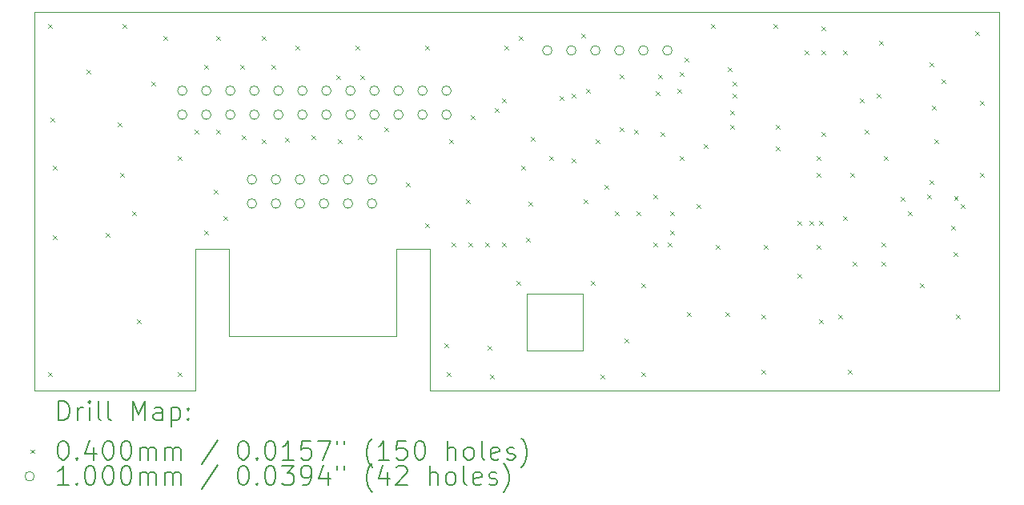
<source format=gbr>
%FSLAX45Y45*%
G04 Gerber Fmt 4.5, Leading zero omitted, Abs format (unit mm)*
G04 Created by KiCad (PCBNEW (5.99.0-9829-g074f0432f0)) date 2021-07-27 15:24:41*
%MOMM*%
%LPD*%
G01*
G04 APERTURE LIST*
%TA.AperFunction,Profile*%
%ADD10C,0.100000*%
%TD*%
%ADD11C,0.200000*%
%ADD12C,0.040000*%
%ADD13C,0.100000*%
G04 APERTURE END LIST*
D10*
X12200000Y-12575000D02*
X12800000Y-12575000D01*
X12800000Y-12575000D02*
X12800000Y-11975000D01*
X12800000Y-11975000D02*
X12200000Y-11975000D01*
X12200000Y-11975000D02*
X12200000Y-12575000D01*
X17200000Y-13000000D02*
X11175000Y-13000000D01*
X11175000Y-13000000D02*
X11175000Y-11500000D01*
X11175000Y-11500000D02*
X10825000Y-11500000D01*
X10825000Y-11500000D02*
X10825000Y-12425000D01*
X10825000Y-12425000D02*
X9050000Y-12425000D01*
X9050000Y-12425000D02*
X9050000Y-11500000D01*
X9050000Y-11500000D02*
X8700000Y-11500000D01*
X8700000Y-11500000D02*
X8700000Y-13000000D01*
X8700000Y-13000000D02*
X7000000Y-13000000D01*
X7000000Y-13000000D02*
X7000000Y-9000000D01*
X7000000Y-9000000D02*
X17200000Y-9000000D01*
X17200000Y-9000000D02*
X17200000Y-13000000D01*
D11*
D12*
X7142800Y-9124000D02*
X7182800Y-9164000D01*
X7182800Y-9124000D02*
X7142800Y-9164000D01*
X7142800Y-12807000D02*
X7182800Y-12847000D01*
X7182800Y-12807000D02*
X7142800Y-12847000D01*
X7168200Y-10114600D02*
X7208200Y-10154600D01*
X7208200Y-10114600D02*
X7168200Y-10154600D01*
X7193600Y-10622600D02*
X7233600Y-10662600D01*
X7233600Y-10622600D02*
X7193600Y-10662600D01*
X7193600Y-11359200D02*
X7233600Y-11399200D01*
X7233600Y-11359200D02*
X7193600Y-11399200D01*
X7549200Y-9606600D02*
X7589200Y-9646600D01*
X7589200Y-9606600D02*
X7549200Y-9646600D01*
X7752400Y-11333800D02*
X7792400Y-11373800D01*
X7792400Y-11333800D02*
X7752400Y-11373800D01*
X7879400Y-10165400D02*
X7919400Y-10205400D01*
X7919400Y-10165400D02*
X7879400Y-10205400D01*
X7904800Y-10698800D02*
X7944800Y-10738800D01*
X7944800Y-10698800D02*
X7904800Y-10738800D01*
X7930200Y-9124000D02*
X7970200Y-9164000D01*
X7970200Y-9124000D02*
X7930200Y-9164000D01*
X8031800Y-11105200D02*
X8071800Y-11145200D01*
X8071800Y-11105200D02*
X8031800Y-11145200D01*
X8082600Y-12248200D02*
X8122600Y-12288200D01*
X8122600Y-12248200D02*
X8082600Y-12288200D01*
X8235000Y-9733600D02*
X8275000Y-9773600D01*
X8275000Y-9733600D02*
X8235000Y-9773600D01*
X8362000Y-9251000D02*
X8402000Y-9291000D01*
X8402000Y-9251000D02*
X8362000Y-9291000D01*
X8514400Y-10521000D02*
X8554400Y-10561000D01*
X8554400Y-10521000D02*
X8514400Y-10561000D01*
X8514400Y-12807000D02*
X8554400Y-12847000D01*
X8554400Y-12807000D02*
X8514400Y-12847000D01*
X8692200Y-10241600D02*
X8732200Y-10281600D01*
X8732200Y-10241600D02*
X8692200Y-10281600D01*
X8793800Y-9555800D02*
X8833800Y-9595800D01*
X8833800Y-9555800D02*
X8793800Y-9595800D01*
X8793800Y-11308400D02*
X8833800Y-11348400D01*
X8833800Y-11308400D02*
X8793800Y-11348400D01*
X8895400Y-10876600D02*
X8935400Y-10916600D01*
X8935400Y-10876600D02*
X8895400Y-10916600D01*
X8920800Y-9251000D02*
X8960800Y-9291000D01*
X8960800Y-9251000D02*
X8920800Y-9291000D01*
X8920800Y-10241600D02*
X8960800Y-10281600D01*
X8960800Y-10241600D02*
X8920800Y-10281600D01*
X8997000Y-11156000D02*
X9037000Y-11196000D01*
X9037000Y-11156000D02*
X8997000Y-11196000D01*
X9174800Y-9555800D02*
X9214800Y-9595800D01*
X9214800Y-9555800D02*
X9174800Y-9595800D01*
X9187500Y-10305100D02*
X9227500Y-10345100D01*
X9227500Y-10305100D02*
X9187500Y-10345100D01*
X9403400Y-9251000D02*
X9443400Y-9291000D01*
X9443400Y-9251000D02*
X9403400Y-9291000D01*
X9403400Y-10343200D02*
X9443400Y-10383200D01*
X9443400Y-10343200D02*
X9403400Y-10383200D01*
X9505000Y-9555800D02*
X9545000Y-9595800D01*
X9545000Y-9555800D02*
X9505000Y-9595800D01*
X9644700Y-10330500D02*
X9684700Y-10370500D01*
X9684700Y-10330500D02*
X9644700Y-10370500D01*
X9759000Y-9352600D02*
X9799000Y-9392600D01*
X9799000Y-9352600D02*
X9759000Y-9392600D01*
X9924100Y-10305100D02*
X9964100Y-10345100D01*
X9964100Y-10305100D02*
X9924100Y-10345100D01*
X10190800Y-9670100D02*
X10230800Y-9710100D01*
X10230800Y-9670100D02*
X10190800Y-9710100D01*
X10203500Y-10343200D02*
X10243500Y-10383200D01*
X10243500Y-10343200D02*
X10203500Y-10383200D01*
X10394000Y-9352600D02*
X10434000Y-9392600D01*
X10434000Y-9352600D02*
X10394000Y-9392600D01*
X10419400Y-10305100D02*
X10459400Y-10345100D01*
X10459400Y-10305100D02*
X10419400Y-10345100D01*
X10444800Y-9670100D02*
X10484800Y-9710100D01*
X10484800Y-9670100D02*
X10444800Y-9710100D01*
X10698800Y-10216200D02*
X10738800Y-10256200D01*
X10738800Y-10216200D02*
X10698800Y-10256200D01*
X10927400Y-10800400D02*
X10967400Y-10840400D01*
X10967400Y-10800400D02*
X10927400Y-10840400D01*
X11130600Y-9352600D02*
X11170600Y-9392600D01*
X11170600Y-9352600D02*
X11130600Y-9392600D01*
X11130600Y-11232200D02*
X11170600Y-11272200D01*
X11170600Y-11232200D02*
X11130600Y-11272200D01*
X11333800Y-12502200D02*
X11373800Y-12542200D01*
X11373800Y-12502200D02*
X11333800Y-12542200D01*
X11359200Y-12807000D02*
X11399200Y-12847000D01*
X11399200Y-12807000D02*
X11359200Y-12847000D01*
X11384600Y-10343200D02*
X11424600Y-10383200D01*
X11424600Y-10343200D02*
X11384600Y-10383200D01*
X11410000Y-11435400D02*
X11450000Y-11475400D01*
X11450000Y-11435400D02*
X11410000Y-11475400D01*
X11562400Y-10978200D02*
X11602400Y-11018200D01*
X11602400Y-10978200D02*
X11562400Y-11018200D01*
X11587800Y-11435400D02*
X11627800Y-11475400D01*
X11627800Y-11435400D02*
X11587800Y-11475400D01*
X11613200Y-10089200D02*
X11653200Y-10129200D01*
X11653200Y-10089200D02*
X11613200Y-10129200D01*
X11765600Y-11435400D02*
X11805600Y-11475400D01*
X11805600Y-11435400D02*
X11765600Y-11475400D01*
X11791000Y-12527600D02*
X11831000Y-12567600D01*
X11831000Y-12527600D02*
X11791000Y-12567600D01*
X11816400Y-12832400D02*
X11856400Y-12872400D01*
X11856400Y-12832400D02*
X11816400Y-12872400D01*
X11867200Y-10013000D02*
X11907200Y-10053000D01*
X11907200Y-10013000D02*
X11867200Y-10053000D01*
X11943400Y-9911400D02*
X11983400Y-9951400D01*
X11983400Y-9911400D02*
X11943400Y-9951400D01*
X11943400Y-11435400D02*
X11983400Y-11475400D01*
X11983400Y-11435400D02*
X11943400Y-11475400D01*
X11968800Y-9352600D02*
X12008800Y-9392600D01*
X12008800Y-9352600D02*
X11968800Y-9392600D01*
X12095800Y-11841800D02*
X12135800Y-11881800D01*
X12135800Y-11841800D02*
X12095800Y-11881800D01*
X12121200Y-9251000D02*
X12161200Y-9291000D01*
X12161200Y-9251000D02*
X12121200Y-9291000D01*
X12146600Y-10622600D02*
X12186600Y-10662600D01*
X12186600Y-10622600D02*
X12146600Y-10662600D01*
X12197400Y-11384600D02*
X12237400Y-11424600D01*
X12237400Y-11384600D02*
X12197400Y-11424600D01*
X12222800Y-11003600D02*
X12262800Y-11043600D01*
X12262800Y-11003600D02*
X12222800Y-11043600D01*
X12248200Y-10317800D02*
X12288200Y-10357800D01*
X12288200Y-10317800D02*
X12248200Y-10357800D01*
X12438700Y-10521000D02*
X12478700Y-10561000D01*
X12478700Y-10521000D02*
X12438700Y-10561000D01*
X12553000Y-9886000D02*
X12593000Y-9926000D01*
X12593000Y-9886000D02*
X12553000Y-9926000D01*
X12680000Y-9860600D02*
X12720000Y-9900600D01*
X12720000Y-9860600D02*
X12680000Y-9900600D01*
X12680000Y-10546400D02*
X12720000Y-10586400D01*
X12720000Y-10546400D02*
X12680000Y-10586400D01*
X12781600Y-9225600D02*
X12821600Y-9265600D01*
X12821600Y-9225600D02*
X12781600Y-9265600D01*
X12807000Y-10978200D02*
X12847000Y-11018200D01*
X12847000Y-10978200D02*
X12807000Y-11018200D01*
X12832400Y-9809800D02*
X12872400Y-9849800D01*
X12872400Y-9809800D02*
X12832400Y-9849800D01*
X12883200Y-11841800D02*
X12923200Y-11881800D01*
X12923200Y-11841800D02*
X12883200Y-11881800D01*
X12934000Y-10343200D02*
X12974000Y-10383200D01*
X12974000Y-10343200D02*
X12934000Y-10383200D01*
X12984800Y-12832400D02*
X13024800Y-12872400D01*
X13024800Y-12832400D02*
X12984800Y-12872400D01*
X13022900Y-10825800D02*
X13062900Y-10865800D01*
X13062900Y-10825800D02*
X13022900Y-10865800D01*
X13137200Y-11105200D02*
X13177200Y-11145200D01*
X13177200Y-11105200D02*
X13137200Y-11145200D01*
X13188000Y-9657400D02*
X13228000Y-9697400D01*
X13228000Y-9657400D02*
X13188000Y-9697400D01*
X13188000Y-10216200D02*
X13228000Y-10256200D01*
X13228000Y-10216200D02*
X13188000Y-10256200D01*
X13238800Y-12451400D02*
X13278800Y-12491400D01*
X13278800Y-12451400D02*
X13238800Y-12491400D01*
X13340400Y-10241600D02*
X13380400Y-10281600D01*
X13380400Y-10241600D02*
X13340400Y-10281600D01*
X13365800Y-11105200D02*
X13405800Y-11145200D01*
X13405800Y-11105200D02*
X13365800Y-11145200D01*
X13416600Y-11867200D02*
X13456600Y-11907200D01*
X13456600Y-11867200D02*
X13416600Y-11907200D01*
X13416600Y-12807000D02*
X13456600Y-12847000D01*
X13456600Y-12807000D02*
X13416600Y-12847000D01*
X13543600Y-10927400D02*
X13583600Y-10967400D01*
X13583600Y-10927400D02*
X13543600Y-10967400D01*
X13543600Y-11435400D02*
X13583600Y-11475400D01*
X13583600Y-11435400D02*
X13543600Y-11475400D01*
X13569000Y-9835200D02*
X13609000Y-9875200D01*
X13609000Y-9835200D02*
X13569000Y-9875200D01*
X13594400Y-9657400D02*
X13634400Y-9697400D01*
X13634400Y-9657400D02*
X13594400Y-9697400D01*
X13619800Y-10267000D02*
X13659800Y-10307000D01*
X13659800Y-10267000D02*
X13619800Y-10307000D01*
X13696000Y-11435400D02*
X13736000Y-11475400D01*
X13736000Y-11435400D02*
X13696000Y-11475400D01*
X13721400Y-11105200D02*
X13761400Y-11145200D01*
X13761400Y-11105200D02*
X13721400Y-11145200D01*
X13721400Y-11308400D02*
X13761400Y-11348400D01*
X13761400Y-11308400D02*
X13721400Y-11348400D01*
X13797600Y-9809800D02*
X13837600Y-9849800D01*
X13837600Y-9809800D02*
X13797600Y-9849800D01*
X13823000Y-9632000D02*
X13863000Y-9672000D01*
X13863000Y-9632000D02*
X13823000Y-9672000D01*
X13823000Y-10521000D02*
X13863000Y-10561000D01*
X13863000Y-10521000D02*
X13823000Y-10561000D01*
X13873800Y-9479600D02*
X13913800Y-9519600D01*
X13913800Y-9479600D02*
X13873800Y-9519600D01*
X13899200Y-12172000D02*
X13939200Y-12212000D01*
X13939200Y-12172000D02*
X13899200Y-12212000D01*
X14000800Y-11029000D02*
X14040800Y-11069000D01*
X14040800Y-11029000D02*
X14000800Y-11069000D01*
X14077000Y-10394000D02*
X14117000Y-10434000D01*
X14117000Y-10394000D02*
X14077000Y-10434000D01*
X14153200Y-9124000D02*
X14193200Y-9164000D01*
X14193200Y-9124000D02*
X14153200Y-9164000D01*
X14204000Y-11460800D02*
X14244000Y-11500800D01*
X14244000Y-11460800D02*
X14204000Y-11500800D01*
X14305600Y-12172000D02*
X14345600Y-12212000D01*
X14345600Y-12172000D02*
X14305600Y-12212000D01*
X14331000Y-9581200D02*
X14371000Y-9621200D01*
X14371000Y-9581200D02*
X14331000Y-9621200D01*
X14356400Y-10038400D02*
X14396400Y-10078400D01*
X14396400Y-10038400D02*
X14356400Y-10078400D01*
X14356400Y-10190800D02*
X14396400Y-10230800D01*
X14396400Y-10190800D02*
X14356400Y-10230800D01*
X14381800Y-9733600D02*
X14421800Y-9773600D01*
X14421800Y-9733600D02*
X14381800Y-9773600D01*
X14381800Y-9860600D02*
X14421800Y-9900600D01*
X14421800Y-9860600D02*
X14381800Y-9900600D01*
X14686600Y-12197400D02*
X14726600Y-12237400D01*
X14726600Y-12197400D02*
X14686600Y-12237400D01*
X14686600Y-12781600D02*
X14726600Y-12821600D01*
X14726600Y-12781600D02*
X14686600Y-12821600D01*
X14712000Y-11460800D02*
X14752000Y-11500800D01*
X14752000Y-11460800D02*
X14712000Y-11500800D01*
X14813600Y-9124000D02*
X14853600Y-9164000D01*
X14853600Y-9124000D02*
X14813600Y-9164000D01*
X14839000Y-10190800D02*
X14879000Y-10230800D01*
X14879000Y-10190800D02*
X14839000Y-10230800D01*
X14839000Y-10419400D02*
X14879000Y-10459400D01*
X14879000Y-10419400D02*
X14839000Y-10459400D01*
X15067600Y-11206800D02*
X15107600Y-11246800D01*
X15107600Y-11206800D02*
X15067600Y-11246800D01*
X15067600Y-11765600D02*
X15107600Y-11805600D01*
X15107600Y-11765600D02*
X15067600Y-11805600D01*
X15143800Y-9403400D02*
X15183800Y-9443400D01*
X15183800Y-9403400D02*
X15143800Y-9443400D01*
X15194600Y-11206800D02*
X15234600Y-11246800D01*
X15234600Y-11206800D02*
X15194600Y-11246800D01*
X15270800Y-10521000D02*
X15310800Y-10561000D01*
X15310800Y-10521000D02*
X15270800Y-10561000D01*
X15270800Y-10698800D02*
X15310800Y-10738800D01*
X15310800Y-10698800D02*
X15270800Y-10738800D01*
X15270800Y-11460800D02*
X15310800Y-11500800D01*
X15310800Y-11460800D02*
X15270800Y-11500800D01*
X15296200Y-11206800D02*
X15336200Y-11246800D01*
X15336200Y-11206800D02*
X15296200Y-11246800D01*
X15296200Y-12248200D02*
X15336200Y-12288200D01*
X15336200Y-12248200D02*
X15296200Y-12288200D01*
X15321600Y-9149400D02*
X15361600Y-9189400D01*
X15361600Y-9149400D02*
X15321600Y-9189400D01*
X15321600Y-9403400D02*
X15361600Y-9443400D01*
X15361600Y-9403400D02*
X15321600Y-9443400D01*
X15321600Y-10267000D02*
X15361600Y-10307000D01*
X15361600Y-10267000D02*
X15321600Y-10307000D01*
X15499400Y-12197400D02*
X15539400Y-12237400D01*
X15539400Y-12197400D02*
X15499400Y-12237400D01*
X15550200Y-9403400D02*
X15590200Y-9443400D01*
X15590200Y-9403400D02*
X15550200Y-9443400D01*
X15550200Y-11156000D02*
X15590200Y-11196000D01*
X15590200Y-11156000D02*
X15550200Y-11196000D01*
X15601000Y-12781600D02*
X15641000Y-12821600D01*
X15641000Y-12781600D02*
X15601000Y-12821600D01*
X15626400Y-10698800D02*
X15666400Y-10738800D01*
X15666400Y-10698800D02*
X15626400Y-10738800D01*
X15651800Y-11638600D02*
X15691800Y-11678600D01*
X15691800Y-11638600D02*
X15651800Y-11678600D01*
X15728000Y-9911400D02*
X15768000Y-9951400D01*
X15768000Y-9911400D02*
X15728000Y-9951400D01*
X15778800Y-10241600D02*
X15818800Y-10281600D01*
X15818800Y-10241600D02*
X15778800Y-10281600D01*
X15905800Y-9860600D02*
X15945800Y-9900600D01*
X15945800Y-9860600D02*
X15905800Y-9900600D01*
X15931200Y-9301800D02*
X15971200Y-9341800D01*
X15971200Y-9301800D02*
X15931200Y-9341800D01*
X15956600Y-11435400D02*
X15996600Y-11475400D01*
X15996600Y-11435400D02*
X15956600Y-11475400D01*
X15956600Y-11638600D02*
X15996600Y-11678600D01*
X15996600Y-11638600D02*
X15956600Y-11678600D01*
X15982000Y-10521000D02*
X16022000Y-10561000D01*
X16022000Y-10521000D02*
X15982000Y-10561000D01*
X16159800Y-10952800D02*
X16199800Y-10992800D01*
X16199800Y-10952800D02*
X16159800Y-10992800D01*
X16236000Y-11105200D02*
X16276000Y-11145200D01*
X16276000Y-11105200D02*
X16236000Y-11145200D01*
X16363000Y-11867200D02*
X16403000Y-11907200D01*
X16403000Y-11867200D02*
X16363000Y-11907200D01*
X16439200Y-10927400D02*
X16479200Y-10967400D01*
X16479200Y-10927400D02*
X16439200Y-10967400D01*
X16464600Y-9530400D02*
X16504600Y-9570400D01*
X16504600Y-9530400D02*
X16464600Y-9570400D01*
X16464600Y-10775000D02*
X16504600Y-10815000D01*
X16504600Y-10775000D02*
X16464600Y-10815000D01*
X16490000Y-9987600D02*
X16530000Y-10027600D01*
X16530000Y-9987600D02*
X16490000Y-10027600D01*
X16515400Y-10343200D02*
X16555400Y-10383200D01*
X16555400Y-10343200D02*
X16515400Y-10383200D01*
X16591600Y-9708200D02*
X16631600Y-9748200D01*
X16631600Y-9708200D02*
X16591600Y-9748200D01*
X16693200Y-11257600D02*
X16733200Y-11297600D01*
X16733200Y-11257600D02*
X16693200Y-11297600D01*
X16718600Y-11537000D02*
X16758600Y-11577000D01*
X16758600Y-11537000D02*
X16718600Y-11577000D01*
X16722300Y-10945795D02*
X16762300Y-10985795D01*
X16762300Y-10945795D02*
X16722300Y-10985795D01*
X16744000Y-12197400D02*
X16784000Y-12237400D01*
X16784000Y-12197400D02*
X16744000Y-12237400D01*
X16794800Y-11029000D02*
X16834800Y-11069000D01*
X16834800Y-11029000D02*
X16794800Y-11069000D01*
X16947200Y-9200200D02*
X16987200Y-9240200D01*
X16987200Y-9200200D02*
X16947200Y-9240200D01*
X16998000Y-9936800D02*
X17038000Y-9976800D01*
X17038000Y-9936800D02*
X16998000Y-9976800D01*
X16998000Y-10698800D02*
X17038000Y-10738800D01*
X17038000Y-10698800D02*
X16998000Y-10738800D01*
D13*
X8609800Y-9829800D02*
G75*
G03*
X8609800Y-9829800I-50000J0D01*
G01*
X8609800Y-10083800D02*
G75*
G03*
X8609800Y-10083800I-50000J0D01*
G01*
X8863800Y-9829800D02*
G75*
G03*
X8863800Y-9829800I-50000J0D01*
G01*
X8863800Y-10083800D02*
G75*
G03*
X8863800Y-10083800I-50000J0D01*
G01*
X9117800Y-9829800D02*
G75*
G03*
X9117800Y-9829800I-50000J0D01*
G01*
X9117800Y-10083800D02*
G75*
G03*
X9117800Y-10083800I-50000J0D01*
G01*
X9346400Y-10770100D02*
G75*
G03*
X9346400Y-10770100I-50000J0D01*
G01*
X9346400Y-11024100D02*
G75*
G03*
X9346400Y-11024100I-50000J0D01*
G01*
X9371800Y-9829800D02*
G75*
G03*
X9371800Y-9829800I-50000J0D01*
G01*
X9371800Y-10083800D02*
G75*
G03*
X9371800Y-10083800I-50000J0D01*
G01*
X9600400Y-10770100D02*
G75*
G03*
X9600400Y-10770100I-50000J0D01*
G01*
X9600400Y-11024100D02*
G75*
G03*
X9600400Y-11024100I-50000J0D01*
G01*
X9625800Y-9829800D02*
G75*
G03*
X9625800Y-9829800I-50000J0D01*
G01*
X9625800Y-10083800D02*
G75*
G03*
X9625800Y-10083800I-50000J0D01*
G01*
X9854400Y-10770100D02*
G75*
G03*
X9854400Y-10770100I-50000J0D01*
G01*
X9854400Y-11024100D02*
G75*
G03*
X9854400Y-11024100I-50000J0D01*
G01*
X9879800Y-9829800D02*
G75*
G03*
X9879800Y-9829800I-50000J0D01*
G01*
X9879800Y-10083800D02*
G75*
G03*
X9879800Y-10083800I-50000J0D01*
G01*
X10108400Y-10770100D02*
G75*
G03*
X10108400Y-10770100I-50000J0D01*
G01*
X10108400Y-11024100D02*
G75*
G03*
X10108400Y-11024100I-50000J0D01*
G01*
X10133800Y-9829800D02*
G75*
G03*
X10133800Y-9829800I-50000J0D01*
G01*
X10133800Y-10083800D02*
G75*
G03*
X10133800Y-10083800I-50000J0D01*
G01*
X10362400Y-10770100D02*
G75*
G03*
X10362400Y-10770100I-50000J0D01*
G01*
X10362400Y-11024100D02*
G75*
G03*
X10362400Y-11024100I-50000J0D01*
G01*
X10387800Y-9829800D02*
G75*
G03*
X10387800Y-9829800I-50000J0D01*
G01*
X10387800Y-10083800D02*
G75*
G03*
X10387800Y-10083800I-50000J0D01*
G01*
X10616400Y-10770100D02*
G75*
G03*
X10616400Y-10770100I-50000J0D01*
G01*
X10616400Y-11024100D02*
G75*
G03*
X10616400Y-11024100I-50000J0D01*
G01*
X10641800Y-9829800D02*
G75*
G03*
X10641800Y-9829800I-50000J0D01*
G01*
X10641800Y-10083800D02*
G75*
G03*
X10641800Y-10083800I-50000J0D01*
G01*
X10895800Y-9829800D02*
G75*
G03*
X10895800Y-9829800I-50000J0D01*
G01*
X10895800Y-10083800D02*
G75*
G03*
X10895800Y-10083800I-50000J0D01*
G01*
X11149800Y-9829800D02*
G75*
G03*
X11149800Y-9829800I-50000J0D01*
G01*
X11149800Y-10083800D02*
G75*
G03*
X11149800Y-10083800I-50000J0D01*
G01*
X11403800Y-9829800D02*
G75*
G03*
X11403800Y-9829800I-50000J0D01*
G01*
X11403800Y-10083800D02*
G75*
G03*
X11403800Y-10083800I-50000J0D01*
G01*
X12470600Y-9403700D02*
G75*
G03*
X12470600Y-9403700I-50000J0D01*
G01*
X12724600Y-9403700D02*
G75*
G03*
X12724600Y-9403700I-50000J0D01*
G01*
X12978600Y-9403700D02*
G75*
G03*
X12978600Y-9403700I-50000J0D01*
G01*
X13232600Y-9403700D02*
G75*
G03*
X13232600Y-9403700I-50000J0D01*
G01*
X13486600Y-9403700D02*
G75*
G03*
X13486600Y-9403700I-50000J0D01*
G01*
X13740600Y-9403700D02*
G75*
G03*
X13740600Y-9403700I-50000J0D01*
G01*
D11*
X7252619Y-13315476D02*
X7252619Y-13115476D01*
X7300238Y-13115476D01*
X7328809Y-13125000D01*
X7347857Y-13144048D01*
X7357381Y-13163095D01*
X7366905Y-13201190D01*
X7366905Y-13229762D01*
X7357381Y-13267857D01*
X7347857Y-13286905D01*
X7328809Y-13305952D01*
X7300238Y-13315476D01*
X7252619Y-13315476D01*
X7452619Y-13315476D02*
X7452619Y-13182143D01*
X7452619Y-13220238D02*
X7462143Y-13201190D01*
X7471667Y-13191667D01*
X7490714Y-13182143D01*
X7509762Y-13182143D01*
X7576428Y-13315476D02*
X7576428Y-13182143D01*
X7576428Y-13115476D02*
X7566905Y-13125000D01*
X7576428Y-13134524D01*
X7585952Y-13125000D01*
X7576428Y-13115476D01*
X7576428Y-13134524D01*
X7700238Y-13315476D02*
X7681190Y-13305952D01*
X7671667Y-13286905D01*
X7671667Y-13115476D01*
X7805000Y-13315476D02*
X7785952Y-13305952D01*
X7776428Y-13286905D01*
X7776428Y-13115476D01*
X8033571Y-13315476D02*
X8033571Y-13115476D01*
X8100238Y-13258333D01*
X8166905Y-13115476D01*
X8166905Y-13315476D01*
X8347857Y-13315476D02*
X8347857Y-13210714D01*
X8338333Y-13191667D01*
X8319286Y-13182143D01*
X8281190Y-13182143D01*
X8262143Y-13191667D01*
X8347857Y-13305952D02*
X8328809Y-13315476D01*
X8281190Y-13315476D01*
X8262143Y-13305952D01*
X8252619Y-13286905D01*
X8252619Y-13267857D01*
X8262143Y-13248809D01*
X8281190Y-13239286D01*
X8328809Y-13239286D01*
X8347857Y-13229762D01*
X8443095Y-13182143D02*
X8443095Y-13382143D01*
X8443095Y-13191667D02*
X8462143Y-13182143D01*
X8500238Y-13182143D01*
X8519286Y-13191667D01*
X8528810Y-13201190D01*
X8538333Y-13220238D01*
X8538333Y-13277381D01*
X8528810Y-13296428D01*
X8519286Y-13305952D01*
X8500238Y-13315476D01*
X8462143Y-13315476D01*
X8443095Y-13305952D01*
X8624048Y-13296428D02*
X8633571Y-13305952D01*
X8624048Y-13315476D01*
X8614524Y-13305952D01*
X8624048Y-13296428D01*
X8624048Y-13315476D01*
X8624048Y-13191667D02*
X8633571Y-13201190D01*
X8624048Y-13210714D01*
X8614524Y-13201190D01*
X8624048Y-13191667D01*
X8624048Y-13210714D01*
D12*
X6955000Y-13625000D02*
X6995000Y-13665000D01*
X6995000Y-13625000D02*
X6955000Y-13665000D01*
D11*
X7290714Y-13535476D02*
X7309762Y-13535476D01*
X7328809Y-13545000D01*
X7338333Y-13554524D01*
X7347857Y-13573571D01*
X7357381Y-13611667D01*
X7357381Y-13659286D01*
X7347857Y-13697381D01*
X7338333Y-13716428D01*
X7328809Y-13725952D01*
X7309762Y-13735476D01*
X7290714Y-13735476D01*
X7271667Y-13725952D01*
X7262143Y-13716428D01*
X7252619Y-13697381D01*
X7243095Y-13659286D01*
X7243095Y-13611667D01*
X7252619Y-13573571D01*
X7262143Y-13554524D01*
X7271667Y-13545000D01*
X7290714Y-13535476D01*
X7443095Y-13716428D02*
X7452619Y-13725952D01*
X7443095Y-13735476D01*
X7433571Y-13725952D01*
X7443095Y-13716428D01*
X7443095Y-13735476D01*
X7624048Y-13602143D02*
X7624048Y-13735476D01*
X7576428Y-13525952D02*
X7528809Y-13668809D01*
X7652619Y-13668809D01*
X7766905Y-13535476D02*
X7785952Y-13535476D01*
X7805000Y-13545000D01*
X7814524Y-13554524D01*
X7824048Y-13573571D01*
X7833571Y-13611667D01*
X7833571Y-13659286D01*
X7824048Y-13697381D01*
X7814524Y-13716428D01*
X7805000Y-13725952D01*
X7785952Y-13735476D01*
X7766905Y-13735476D01*
X7747857Y-13725952D01*
X7738333Y-13716428D01*
X7728809Y-13697381D01*
X7719286Y-13659286D01*
X7719286Y-13611667D01*
X7728809Y-13573571D01*
X7738333Y-13554524D01*
X7747857Y-13545000D01*
X7766905Y-13535476D01*
X7957381Y-13535476D02*
X7976428Y-13535476D01*
X7995476Y-13545000D01*
X8005000Y-13554524D01*
X8014524Y-13573571D01*
X8024048Y-13611667D01*
X8024048Y-13659286D01*
X8014524Y-13697381D01*
X8005000Y-13716428D01*
X7995476Y-13725952D01*
X7976428Y-13735476D01*
X7957381Y-13735476D01*
X7938333Y-13725952D01*
X7928809Y-13716428D01*
X7919286Y-13697381D01*
X7909762Y-13659286D01*
X7909762Y-13611667D01*
X7919286Y-13573571D01*
X7928809Y-13554524D01*
X7938333Y-13545000D01*
X7957381Y-13535476D01*
X8109762Y-13735476D02*
X8109762Y-13602143D01*
X8109762Y-13621190D02*
X8119286Y-13611667D01*
X8138333Y-13602143D01*
X8166905Y-13602143D01*
X8185952Y-13611667D01*
X8195476Y-13630714D01*
X8195476Y-13735476D01*
X8195476Y-13630714D02*
X8205000Y-13611667D01*
X8224048Y-13602143D01*
X8252619Y-13602143D01*
X8271667Y-13611667D01*
X8281190Y-13630714D01*
X8281190Y-13735476D01*
X8376428Y-13735476D02*
X8376428Y-13602143D01*
X8376428Y-13621190D02*
X8385952Y-13611667D01*
X8405000Y-13602143D01*
X8433571Y-13602143D01*
X8452619Y-13611667D01*
X8462143Y-13630714D01*
X8462143Y-13735476D01*
X8462143Y-13630714D02*
X8471667Y-13611667D01*
X8490714Y-13602143D01*
X8519286Y-13602143D01*
X8538333Y-13611667D01*
X8547857Y-13630714D01*
X8547857Y-13735476D01*
X8938333Y-13525952D02*
X8766905Y-13783095D01*
X9195476Y-13535476D02*
X9214524Y-13535476D01*
X9233571Y-13545000D01*
X9243095Y-13554524D01*
X9252619Y-13573571D01*
X9262143Y-13611667D01*
X9262143Y-13659286D01*
X9252619Y-13697381D01*
X9243095Y-13716428D01*
X9233571Y-13725952D01*
X9214524Y-13735476D01*
X9195476Y-13735476D01*
X9176429Y-13725952D01*
X9166905Y-13716428D01*
X9157381Y-13697381D01*
X9147857Y-13659286D01*
X9147857Y-13611667D01*
X9157381Y-13573571D01*
X9166905Y-13554524D01*
X9176429Y-13545000D01*
X9195476Y-13535476D01*
X9347857Y-13716428D02*
X9357381Y-13725952D01*
X9347857Y-13735476D01*
X9338333Y-13725952D01*
X9347857Y-13716428D01*
X9347857Y-13735476D01*
X9481190Y-13535476D02*
X9500238Y-13535476D01*
X9519286Y-13545000D01*
X9528810Y-13554524D01*
X9538333Y-13573571D01*
X9547857Y-13611667D01*
X9547857Y-13659286D01*
X9538333Y-13697381D01*
X9528810Y-13716428D01*
X9519286Y-13725952D01*
X9500238Y-13735476D01*
X9481190Y-13735476D01*
X9462143Y-13725952D01*
X9452619Y-13716428D01*
X9443095Y-13697381D01*
X9433571Y-13659286D01*
X9433571Y-13611667D01*
X9443095Y-13573571D01*
X9452619Y-13554524D01*
X9462143Y-13545000D01*
X9481190Y-13535476D01*
X9738333Y-13735476D02*
X9624048Y-13735476D01*
X9681190Y-13735476D02*
X9681190Y-13535476D01*
X9662143Y-13564048D01*
X9643095Y-13583095D01*
X9624048Y-13592619D01*
X9919286Y-13535476D02*
X9824048Y-13535476D01*
X9814524Y-13630714D01*
X9824048Y-13621190D01*
X9843095Y-13611667D01*
X9890714Y-13611667D01*
X9909762Y-13621190D01*
X9919286Y-13630714D01*
X9928810Y-13649762D01*
X9928810Y-13697381D01*
X9919286Y-13716428D01*
X9909762Y-13725952D01*
X9890714Y-13735476D01*
X9843095Y-13735476D01*
X9824048Y-13725952D01*
X9814524Y-13716428D01*
X9995476Y-13535476D02*
X10128810Y-13535476D01*
X10043095Y-13735476D01*
X10195476Y-13535476D02*
X10195476Y-13573571D01*
X10271667Y-13535476D02*
X10271667Y-13573571D01*
X10566905Y-13811667D02*
X10557381Y-13802143D01*
X10538333Y-13773571D01*
X10528810Y-13754524D01*
X10519286Y-13725952D01*
X10509762Y-13678333D01*
X10509762Y-13640238D01*
X10519286Y-13592619D01*
X10528810Y-13564048D01*
X10538333Y-13545000D01*
X10557381Y-13516428D01*
X10566905Y-13506905D01*
X10747857Y-13735476D02*
X10633571Y-13735476D01*
X10690714Y-13735476D02*
X10690714Y-13535476D01*
X10671667Y-13564048D01*
X10652619Y-13583095D01*
X10633571Y-13592619D01*
X10928810Y-13535476D02*
X10833571Y-13535476D01*
X10824048Y-13630714D01*
X10833571Y-13621190D01*
X10852619Y-13611667D01*
X10900238Y-13611667D01*
X10919286Y-13621190D01*
X10928810Y-13630714D01*
X10938333Y-13649762D01*
X10938333Y-13697381D01*
X10928810Y-13716428D01*
X10919286Y-13725952D01*
X10900238Y-13735476D01*
X10852619Y-13735476D01*
X10833571Y-13725952D01*
X10824048Y-13716428D01*
X11062143Y-13535476D02*
X11081190Y-13535476D01*
X11100238Y-13545000D01*
X11109762Y-13554524D01*
X11119286Y-13573571D01*
X11128810Y-13611667D01*
X11128810Y-13659286D01*
X11119286Y-13697381D01*
X11109762Y-13716428D01*
X11100238Y-13725952D01*
X11081190Y-13735476D01*
X11062143Y-13735476D01*
X11043095Y-13725952D01*
X11033571Y-13716428D01*
X11024048Y-13697381D01*
X11014524Y-13659286D01*
X11014524Y-13611667D01*
X11024048Y-13573571D01*
X11033571Y-13554524D01*
X11043095Y-13545000D01*
X11062143Y-13535476D01*
X11366905Y-13735476D02*
X11366905Y-13535476D01*
X11452619Y-13735476D02*
X11452619Y-13630714D01*
X11443095Y-13611667D01*
X11424048Y-13602143D01*
X11395476Y-13602143D01*
X11376428Y-13611667D01*
X11366905Y-13621190D01*
X11576428Y-13735476D02*
X11557381Y-13725952D01*
X11547857Y-13716428D01*
X11538333Y-13697381D01*
X11538333Y-13640238D01*
X11547857Y-13621190D01*
X11557381Y-13611667D01*
X11576428Y-13602143D01*
X11605000Y-13602143D01*
X11624048Y-13611667D01*
X11633571Y-13621190D01*
X11643095Y-13640238D01*
X11643095Y-13697381D01*
X11633571Y-13716428D01*
X11624048Y-13725952D01*
X11605000Y-13735476D01*
X11576428Y-13735476D01*
X11757381Y-13735476D02*
X11738333Y-13725952D01*
X11728809Y-13706905D01*
X11728809Y-13535476D01*
X11909762Y-13725952D02*
X11890714Y-13735476D01*
X11852619Y-13735476D01*
X11833571Y-13725952D01*
X11824048Y-13706905D01*
X11824048Y-13630714D01*
X11833571Y-13611667D01*
X11852619Y-13602143D01*
X11890714Y-13602143D01*
X11909762Y-13611667D01*
X11919286Y-13630714D01*
X11919286Y-13649762D01*
X11824048Y-13668809D01*
X11995476Y-13725952D02*
X12014524Y-13735476D01*
X12052619Y-13735476D01*
X12071667Y-13725952D01*
X12081190Y-13706905D01*
X12081190Y-13697381D01*
X12071667Y-13678333D01*
X12052619Y-13668809D01*
X12024048Y-13668809D01*
X12005000Y-13659286D01*
X11995476Y-13640238D01*
X11995476Y-13630714D01*
X12005000Y-13611667D01*
X12024048Y-13602143D01*
X12052619Y-13602143D01*
X12071667Y-13611667D01*
X12147857Y-13811667D02*
X12157381Y-13802143D01*
X12176428Y-13773571D01*
X12185952Y-13754524D01*
X12195476Y-13725952D01*
X12205000Y-13678333D01*
X12205000Y-13640238D01*
X12195476Y-13592619D01*
X12185952Y-13564048D01*
X12176428Y-13545000D01*
X12157381Y-13516428D01*
X12147857Y-13506905D01*
D13*
X6995000Y-13909000D02*
G75*
G03*
X6995000Y-13909000I-50000J0D01*
G01*
D11*
X7357381Y-13999476D02*
X7243095Y-13999476D01*
X7300238Y-13999476D02*
X7300238Y-13799476D01*
X7281190Y-13828048D01*
X7262143Y-13847095D01*
X7243095Y-13856619D01*
X7443095Y-13980428D02*
X7452619Y-13989952D01*
X7443095Y-13999476D01*
X7433571Y-13989952D01*
X7443095Y-13980428D01*
X7443095Y-13999476D01*
X7576428Y-13799476D02*
X7595476Y-13799476D01*
X7614524Y-13809000D01*
X7624048Y-13818524D01*
X7633571Y-13837571D01*
X7643095Y-13875667D01*
X7643095Y-13923286D01*
X7633571Y-13961381D01*
X7624048Y-13980428D01*
X7614524Y-13989952D01*
X7595476Y-13999476D01*
X7576428Y-13999476D01*
X7557381Y-13989952D01*
X7547857Y-13980428D01*
X7538333Y-13961381D01*
X7528809Y-13923286D01*
X7528809Y-13875667D01*
X7538333Y-13837571D01*
X7547857Y-13818524D01*
X7557381Y-13809000D01*
X7576428Y-13799476D01*
X7766905Y-13799476D02*
X7785952Y-13799476D01*
X7805000Y-13809000D01*
X7814524Y-13818524D01*
X7824048Y-13837571D01*
X7833571Y-13875667D01*
X7833571Y-13923286D01*
X7824048Y-13961381D01*
X7814524Y-13980428D01*
X7805000Y-13989952D01*
X7785952Y-13999476D01*
X7766905Y-13999476D01*
X7747857Y-13989952D01*
X7738333Y-13980428D01*
X7728809Y-13961381D01*
X7719286Y-13923286D01*
X7719286Y-13875667D01*
X7728809Y-13837571D01*
X7738333Y-13818524D01*
X7747857Y-13809000D01*
X7766905Y-13799476D01*
X7957381Y-13799476D02*
X7976428Y-13799476D01*
X7995476Y-13809000D01*
X8005000Y-13818524D01*
X8014524Y-13837571D01*
X8024048Y-13875667D01*
X8024048Y-13923286D01*
X8014524Y-13961381D01*
X8005000Y-13980428D01*
X7995476Y-13989952D01*
X7976428Y-13999476D01*
X7957381Y-13999476D01*
X7938333Y-13989952D01*
X7928809Y-13980428D01*
X7919286Y-13961381D01*
X7909762Y-13923286D01*
X7909762Y-13875667D01*
X7919286Y-13837571D01*
X7928809Y-13818524D01*
X7938333Y-13809000D01*
X7957381Y-13799476D01*
X8109762Y-13999476D02*
X8109762Y-13866143D01*
X8109762Y-13885190D02*
X8119286Y-13875667D01*
X8138333Y-13866143D01*
X8166905Y-13866143D01*
X8185952Y-13875667D01*
X8195476Y-13894714D01*
X8195476Y-13999476D01*
X8195476Y-13894714D02*
X8205000Y-13875667D01*
X8224048Y-13866143D01*
X8252619Y-13866143D01*
X8271667Y-13875667D01*
X8281190Y-13894714D01*
X8281190Y-13999476D01*
X8376428Y-13999476D02*
X8376428Y-13866143D01*
X8376428Y-13885190D02*
X8385952Y-13875667D01*
X8405000Y-13866143D01*
X8433571Y-13866143D01*
X8452619Y-13875667D01*
X8462143Y-13894714D01*
X8462143Y-13999476D01*
X8462143Y-13894714D02*
X8471667Y-13875667D01*
X8490714Y-13866143D01*
X8519286Y-13866143D01*
X8538333Y-13875667D01*
X8547857Y-13894714D01*
X8547857Y-13999476D01*
X8938333Y-13789952D02*
X8766905Y-14047095D01*
X9195476Y-13799476D02*
X9214524Y-13799476D01*
X9233571Y-13809000D01*
X9243095Y-13818524D01*
X9252619Y-13837571D01*
X9262143Y-13875667D01*
X9262143Y-13923286D01*
X9252619Y-13961381D01*
X9243095Y-13980428D01*
X9233571Y-13989952D01*
X9214524Y-13999476D01*
X9195476Y-13999476D01*
X9176429Y-13989952D01*
X9166905Y-13980428D01*
X9157381Y-13961381D01*
X9147857Y-13923286D01*
X9147857Y-13875667D01*
X9157381Y-13837571D01*
X9166905Y-13818524D01*
X9176429Y-13809000D01*
X9195476Y-13799476D01*
X9347857Y-13980428D02*
X9357381Y-13989952D01*
X9347857Y-13999476D01*
X9338333Y-13989952D01*
X9347857Y-13980428D01*
X9347857Y-13999476D01*
X9481190Y-13799476D02*
X9500238Y-13799476D01*
X9519286Y-13809000D01*
X9528810Y-13818524D01*
X9538333Y-13837571D01*
X9547857Y-13875667D01*
X9547857Y-13923286D01*
X9538333Y-13961381D01*
X9528810Y-13980428D01*
X9519286Y-13989952D01*
X9500238Y-13999476D01*
X9481190Y-13999476D01*
X9462143Y-13989952D01*
X9452619Y-13980428D01*
X9443095Y-13961381D01*
X9433571Y-13923286D01*
X9433571Y-13875667D01*
X9443095Y-13837571D01*
X9452619Y-13818524D01*
X9462143Y-13809000D01*
X9481190Y-13799476D01*
X9614524Y-13799476D02*
X9738333Y-13799476D01*
X9671667Y-13875667D01*
X9700238Y-13875667D01*
X9719286Y-13885190D01*
X9728810Y-13894714D01*
X9738333Y-13913762D01*
X9738333Y-13961381D01*
X9728810Y-13980428D01*
X9719286Y-13989952D01*
X9700238Y-13999476D01*
X9643095Y-13999476D01*
X9624048Y-13989952D01*
X9614524Y-13980428D01*
X9833571Y-13999476D02*
X9871667Y-13999476D01*
X9890714Y-13989952D01*
X9900238Y-13980428D01*
X9919286Y-13951857D01*
X9928810Y-13913762D01*
X9928810Y-13837571D01*
X9919286Y-13818524D01*
X9909762Y-13809000D01*
X9890714Y-13799476D01*
X9852619Y-13799476D01*
X9833571Y-13809000D01*
X9824048Y-13818524D01*
X9814524Y-13837571D01*
X9814524Y-13885190D01*
X9824048Y-13904238D01*
X9833571Y-13913762D01*
X9852619Y-13923286D01*
X9890714Y-13923286D01*
X9909762Y-13913762D01*
X9919286Y-13904238D01*
X9928810Y-13885190D01*
X10100238Y-13866143D02*
X10100238Y-13999476D01*
X10052619Y-13789952D02*
X10005000Y-13932809D01*
X10128810Y-13932809D01*
X10195476Y-13799476D02*
X10195476Y-13837571D01*
X10271667Y-13799476D02*
X10271667Y-13837571D01*
X10566905Y-14075667D02*
X10557381Y-14066143D01*
X10538333Y-14037571D01*
X10528810Y-14018524D01*
X10519286Y-13989952D01*
X10509762Y-13942333D01*
X10509762Y-13904238D01*
X10519286Y-13856619D01*
X10528810Y-13828048D01*
X10538333Y-13809000D01*
X10557381Y-13780428D01*
X10566905Y-13770905D01*
X10728810Y-13866143D02*
X10728810Y-13999476D01*
X10681190Y-13789952D02*
X10633571Y-13932809D01*
X10757381Y-13932809D01*
X10824048Y-13818524D02*
X10833571Y-13809000D01*
X10852619Y-13799476D01*
X10900238Y-13799476D01*
X10919286Y-13809000D01*
X10928810Y-13818524D01*
X10938333Y-13837571D01*
X10938333Y-13856619D01*
X10928810Y-13885190D01*
X10814524Y-13999476D01*
X10938333Y-13999476D01*
X11176429Y-13999476D02*
X11176429Y-13799476D01*
X11262143Y-13999476D02*
X11262143Y-13894714D01*
X11252619Y-13875667D01*
X11233571Y-13866143D01*
X11205000Y-13866143D01*
X11185952Y-13875667D01*
X11176429Y-13885190D01*
X11385952Y-13999476D02*
X11366905Y-13989952D01*
X11357381Y-13980428D01*
X11347857Y-13961381D01*
X11347857Y-13904238D01*
X11357381Y-13885190D01*
X11366905Y-13875667D01*
X11385952Y-13866143D01*
X11414524Y-13866143D01*
X11433571Y-13875667D01*
X11443095Y-13885190D01*
X11452619Y-13904238D01*
X11452619Y-13961381D01*
X11443095Y-13980428D01*
X11433571Y-13989952D01*
X11414524Y-13999476D01*
X11385952Y-13999476D01*
X11566905Y-13999476D02*
X11547857Y-13989952D01*
X11538333Y-13970905D01*
X11538333Y-13799476D01*
X11719286Y-13989952D02*
X11700238Y-13999476D01*
X11662143Y-13999476D01*
X11643095Y-13989952D01*
X11633571Y-13970905D01*
X11633571Y-13894714D01*
X11643095Y-13875667D01*
X11662143Y-13866143D01*
X11700238Y-13866143D01*
X11719286Y-13875667D01*
X11728809Y-13894714D01*
X11728809Y-13913762D01*
X11633571Y-13932809D01*
X11805000Y-13989952D02*
X11824048Y-13999476D01*
X11862143Y-13999476D01*
X11881190Y-13989952D01*
X11890714Y-13970905D01*
X11890714Y-13961381D01*
X11881190Y-13942333D01*
X11862143Y-13932809D01*
X11833571Y-13932809D01*
X11814524Y-13923286D01*
X11805000Y-13904238D01*
X11805000Y-13894714D01*
X11814524Y-13875667D01*
X11833571Y-13866143D01*
X11862143Y-13866143D01*
X11881190Y-13875667D01*
X11957381Y-14075667D02*
X11966905Y-14066143D01*
X11985952Y-14037571D01*
X11995476Y-14018524D01*
X12005000Y-13989952D01*
X12014524Y-13942333D01*
X12014524Y-13904238D01*
X12005000Y-13856619D01*
X11995476Y-13828048D01*
X11985952Y-13809000D01*
X11966905Y-13780428D01*
X11957381Y-13770905D01*
M02*

</source>
